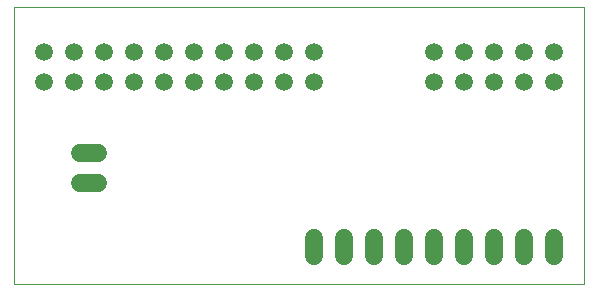
<source format=gbs>
G75*
%MOIN*%
%OFA0B0*%
%FSLAX25Y25*%
%IPPOS*%
%LPD*%
%AMOC8*
5,1,8,0,0,1.08239X$1,22.5*
%
%ADD10C,0.00000*%
%ADD11C,0.05906*%
%ADD12C,0.06000*%
D10*
X0010770Y0002000D02*
X0010770Y0094500D01*
X0200770Y0094500D01*
X0200770Y0002000D01*
X0010770Y0002000D01*
D11*
X0020770Y0069500D03*
X0030770Y0069500D03*
X0040770Y0069500D03*
X0050770Y0069500D03*
X0060770Y0069500D03*
X0070770Y0069500D03*
X0080770Y0069500D03*
X0090770Y0069500D03*
X0100770Y0069500D03*
X0110770Y0069500D03*
X0110770Y0079500D03*
X0100770Y0079500D03*
X0090770Y0079500D03*
X0080770Y0079500D03*
X0070770Y0079500D03*
X0060770Y0079500D03*
X0050770Y0079500D03*
X0040770Y0079500D03*
X0030770Y0079500D03*
X0020770Y0079500D03*
X0150770Y0079500D03*
X0160770Y0079500D03*
X0170770Y0079500D03*
X0180770Y0079500D03*
X0190770Y0079500D03*
X0190770Y0069500D03*
X0180770Y0069500D03*
X0170770Y0069500D03*
X0160770Y0069500D03*
X0150770Y0069500D03*
D12*
X0038770Y0045750D02*
X0032770Y0045750D01*
X0032770Y0035750D02*
X0038770Y0035750D01*
X0110770Y0017500D02*
X0110770Y0011500D01*
X0120770Y0011500D02*
X0120770Y0017500D01*
X0130770Y0017500D02*
X0130770Y0011500D01*
X0140770Y0011500D02*
X0140770Y0017500D01*
X0150770Y0017500D02*
X0150770Y0011500D01*
X0160770Y0011500D02*
X0160770Y0017500D01*
X0170770Y0017500D02*
X0170770Y0011500D01*
X0180770Y0011500D02*
X0180770Y0017500D01*
X0190770Y0017500D02*
X0190770Y0011500D01*
M02*

</source>
